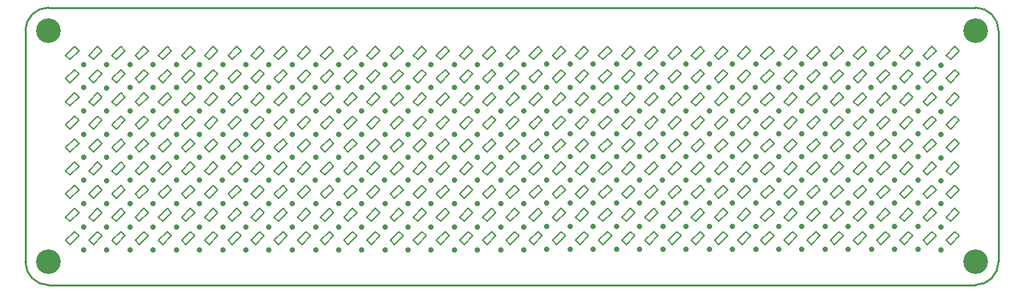
<source format=gbs>
G04*
G04 #@! TF.GenerationSoftware,Altium Limited,Altium Designer,18.1.9 (240)*
G04*
G04 Layer_Color=16711935*
%FSLAX44Y44*%
%MOMM*%
G71*
G01*
G75*
%ADD10C,0.1270*%
%ADD11C,0.2540*%
%ADD14C,0.7032*%
%ADD15C,3.2032*%
D10*
X1567903Y772496D02*
X1579216Y783810D01*
X1562246Y778153D02*
X1573560Y789467D01*
X1562246Y778153D02*
X1567903Y772496D01*
X1573560Y789467D02*
X1579216Y783810D01*
X1537903Y772496D02*
X1549217Y783810D01*
X1532246Y778153D02*
X1543560Y789467D01*
X1532246Y778153D02*
X1537903Y772496D01*
X1543560Y789467D02*
X1549217Y783810D01*
X1507903Y772496D02*
X1519216Y783810D01*
X1502246Y778153D02*
X1513560Y789467D01*
X1502246Y778153D02*
X1507903Y772496D01*
X1513560Y789467D02*
X1519216Y783810D01*
X1477903Y772496D02*
X1489217Y783810D01*
X1472246Y778153D02*
X1483560Y789467D01*
X1472246Y778153D02*
X1477903Y772496D01*
X1483560Y789467D02*
X1489217Y783810D01*
X1447903Y772496D02*
X1459217Y783810D01*
X1442246Y778153D02*
X1453560Y789467D01*
X1442246Y778153D02*
X1447903Y772496D01*
X1453560Y789467D02*
X1459217Y783810D01*
X1417903Y772496D02*
X1429216Y783810D01*
X1412246Y778153D02*
X1423560Y789467D01*
X1412246Y778153D02*
X1417903Y772496D01*
X1423560Y789467D02*
X1429216Y783810D01*
X1387903Y772496D02*
X1399217Y783810D01*
X1382246Y778153D02*
X1393560Y789467D01*
X1382246Y778153D02*
X1387903Y772496D01*
X1393560Y789467D02*
X1399217Y783810D01*
X1357903Y772496D02*
X1369216Y783810D01*
X1352246Y778153D02*
X1363560Y789467D01*
X1352246Y778153D02*
X1357903Y772496D01*
X1363560Y789467D02*
X1369216Y783810D01*
X1327903Y772496D02*
X1339217Y783810D01*
X1322246Y778153D02*
X1333560Y789467D01*
X1322246Y778153D02*
X1327903Y772496D01*
X1333560Y789467D02*
X1339217Y783810D01*
X1297903Y772496D02*
X1309217Y783810D01*
X1292246Y778153D02*
X1303560Y789467D01*
X1292246Y778153D02*
X1297903Y772496D01*
X1303560Y789467D02*
X1309217Y783810D01*
X1267903Y772496D02*
X1279217Y783810D01*
X1262246Y778153D02*
X1273560Y789467D01*
X1262246Y778153D02*
X1267903Y772496D01*
X1273560Y789467D02*
X1279217Y783810D01*
X1237903Y772496D02*
X1249217Y783810D01*
X1232246Y778153D02*
X1243560Y789467D01*
X1232246Y778153D02*
X1237903Y772496D01*
X1243560Y789467D02*
X1249217Y783810D01*
X1207903Y772496D02*
X1219217Y783810D01*
X1202246Y778153D02*
X1213560Y789467D01*
X1202246Y778153D02*
X1207903Y772496D01*
X1213560Y789467D02*
X1219217Y783810D01*
X1177903Y772496D02*
X1189217Y783810D01*
X1172246Y778153D02*
X1183560Y789467D01*
X1172246Y778153D02*
X1177903Y772496D01*
X1183560Y789467D02*
X1189217Y783810D01*
X1147903Y772496D02*
X1159217Y783810D01*
X1142246Y778153D02*
X1153560Y789467D01*
X1142246Y778153D02*
X1147903Y772496D01*
X1153560Y789467D02*
X1159217Y783810D01*
X1117903Y772496D02*
X1129217Y783810D01*
X1112246Y778153D02*
X1123560Y789467D01*
X1112246Y778153D02*
X1117903Y772496D01*
X1123560Y789467D02*
X1129217Y783810D01*
X1087903Y772496D02*
X1099217Y783810D01*
X1082246Y778153D02*
X1093560Y789467D01*
X1082246Y778153D02*
X1087903Y772496D01*
X1093560Y789467D02*
X1099217Y783810D01*
X1057903Y772496D02*
X1069217Y783810D01*
X1052246Y778153D02*
X1063560Y789467D01*
X1052246Y778153D02*
X1057903Y772496D01*
X1063560Y789467D02*
X1069217Y783810D01*
X1027903Y772496D02*
X1039217Y783810D01*
X1022246Y778153D02*
X1033560Y789467D01*
X1022246Y778153D02*
X1027903Y772496D01*
X1033560Y789467D02*
X1039217Y783810D01*
X997903Y772496D02*
X1009217Y783810D01*
X992246Y778153D02*
X1003560Y789467D01*
X992246Y778153D02*
X997903Y772496D01*
X1003560Y789467D02*
X1009217Y783810D01*
X967903Y772496D02*
X979217Y783810D01*
X962246Y778153D02*
X973560Y789467D01*
X962246Y778153D02*
X967903Y772496D01*
X973560Y789467D02*
X979217Y783810D01*
X937903Y772496D02*
X949217Y783810D01*
X932246Y778153D02*
X943560Y789467D01*
X932246Y778153D02*
X937903Y772496D01*
X943560Y789467D02*
X949217Y783810D01*
X907903Y772496D02*
X919217Y783810D01*
X902246Y778153D02*
X913560Y789467D01*
X902246Y778153D02*
X907903Y772496D01*
X913560Y789467D02*
X919217Y783810D01*
X877903Y772496D02*
X889217Y783810D01*
X872246Y778153D02*
X883560Y789467D01*
X872246Y778153D02*
X877903Y772496D01*
X883560Y789467D02*
X889217Y783810D01*
X847903Y772496D02*
X859217Y783810D01*
X842246Y778153D02*
X853560Y789467D01*
X842246Y778153D02*
X847903Y772496D01*
X853560Y789467D02*
X859217Y783810D01*
X817903Y772496D02*
X829217Y783810D01*
X812246Y778153D02*
X823560Y789467D01*
X812246Y778153D02*
X817903Y772496D01*
X823560Y789467D02*
X829217Y783810D01*
X787903Y772496D02*
X799217Y783810D01*
X782246Y778153D02*
X793560Y789467D01*
X782246Y778153D02*
X787903Y772496D01*
X793560Y789467D02*
X799217Y783810D01*
X757903Y772496D02*
X769217Y783810D01*
X752246Y778153D02*
X763560Y789467D01*
X752246Y778153D02*
X757903Y772496D01*
X763560Y789467D02*
X769217Y783810D01*
X727903Y772496D02*
X739217Y783810D01*
X722246Y778153D02*
X733560Y789467D01*
X722246Y778153D02*
X727903Y772496D01*
X733560Y789467D02*
X739217Y783810D01*
X697903Y772496D02*
X709217Y783810D01*
X692246Y778153D02*
X703560Y789467D01*
X692246Y778153D02*
X697903Y772496D01*
X703560Y789467D02*
X709217Y783810D01*
X667903Y772496D02*
X679217Y783810D01*
X662246Y778153D02*
X673560Y789467D01*
X662246Y778153D02*
X667903Y772496D01*
X673560Y789467D02*
X679217Y783810D01*
X637903Y772496D02*
X649217Y783810D01*
X632246Y778153D02*
X643560Y789467D01*
X632246Y778153D02*
X637903Y772496D01*
X643560Y789467D02*
X649217Y783810D01*
X607903Y772496D02*
X619217Y783810D01*
X602246Y778153D02*
X613560Y789467D01*
X602246Y778153D02*
X607903Y772496D01*
X613560Y789467D02*
X619217Y783810D01*
X577903Y772496D02*
X589217Y783810D01*
X572246Y778153D02*
X583560Y789467D01*
X572246Y778153D02*
X577903Y772496D01*
X583560Y789467D02*
X589217Y783810D01*
X547903Y772496D02*
X559217Y783810D01*
X542246Y778153D02*
X553560Y789467D01*
X542246Y778153D02*
X547903Y772496D01*
X553560Y789467D02*
X559217Y783810D01*
X517903Y772496D02*
X529217Y783810D01*
X512246Y778153D02*
X523560Y789467D01*
X512246Y778153D02*
X517903Y772496D01*
X523560Y789467D02*
X529217Y783810D01*
X487903Y772496D02*
X499217Y783810D01*
X482246Y778153D02*
X493560Y789467D01*
X482246Y778153D02*
X487903Y772496D01*
X493560Y789467D02*
X499217Y783810D01*
X457903Y772496D02*
X469217Y783810D01*
X452246Y778153D02*
X463560Y789467D01*
X452246Y778153D02*
X457903Y772496D01*
X463560Y789467D02*
X469217Y783810D01*
X427903Y772496D02*
X439217Y783810D01*
X422246Y778153D02*
X433560Y789467D01*
X422246Y778153D02*
X427903Y772496D01*
X433560Y789467D02*
X439217Y783810D01*
X1567903Y802496D02*
X1579216Y813810D01*
X1562246Y808153D02*
X1573560Y819467D01*
X1562246Y808153D02*
X1567903Y802496D01*
X1573560Y819467D02*
X1579216Y813810D01*
X1537903Y802496D02*
X1549217Y813810D01*
X1532246Y808153D02*
X1543560Y819467D01*
X1532246Y808153D02*
X1537903Y802496D01*
X1543560Y819467D02*
X1549217Y813810D01*
X1507903Y802496D02*
X1519216Y813810D01*
X1502246Y808153D02*
X1513560Y819467D01*
X1502246Y808153D02*
X1507903Y802496D01*
X1513560Y819467D02*
X1519216Y813810D01*
X1477903Y802496D02*
X1489217Y813810D01*
X1472246Y808153D02*
X1483560Y819467D01*
X1472246Y808153D02*
X1477903Y802496D01*
X1483560Y819467D02*
X1489217Y813810D01*
X1447903Y802496D02*
X1459217Y813810D01*
X1442246Y808153D02*
X1453560Y819467D01*
X1442246Y808153D02*
X1447903Y802496D01*
X1453560Y819467D02*
X1459217Y813810D01*
X1417903Y802496D02*
X1429216Y813810D01*
X1412246Y808153D02*
X1423560Y819467D01*
X1412246Y808153D02*
X1417903Y802496D01*
X1423560Y819467D02*
X1429216Y813810D01*
X1387903Y802496D02*
X1399217Y813810D01*
X1382246Y808153D02*
X1393560Y819467D01*
X1382246Y808153D02*
X1387903Y802496D01*
X1393560Y819467D02*
X1399217Y813810D01*
X1357903Y802496D02*
X1369216Y813810D01*
X1352246Y808153D02*
X1363560Y819467D01*
X1352246Y808153D02*
X1357903Y802496D01*
X1363560Y819467D02*
X1369216Y813810D01*
X1327903Y802496D02*
X1339217Y813810D01*
X1322246Y808153D02*
X1333560Y819467D01*
X1322246Y808153D02*
X1327903Y802496D01*
X1333560Y819467D02*
X1339217Y813810D01*
X1297903Y802496D02*
X1309217Y813810D01*
X1292246Y808153D02*
X1303560Y819467D01*
X1292246Y808153D02*
X1297903Y802496D01*
X1303560Y819467D02*
X1309217Y813810D01*
X1267903Y802496D02*
X1279217Y813810D01*
X1262246Y808153D02*
X1273560Y819467D01*
X1262246Y808153D02*
X1267903Y802496D01*
X1273560Y819467D02*
X1279217Y813810D01*
X1237903Y802496D02*
X1249217Y813810D01*
X1232246Y808153D02*
X1243560Y819467D01*
X1232246Y808153D02*
X1237903Y802496D01*
X1243560Y819467D02*
X1249217Y813810D01*
X1207903Y802496D02*
X1219217Y813810D01*
X1202246Y808153D02*
X1213560Y819467D01*
X1202246Y808153D02*
X1207903Y802496D01*
X1213560Y819467D02*
X1219217Y813810D01*
X1177903Y802496D02*
X1189217Y813810D01*
X1172246Y808153D02*
X1183560Y819467D01*
X1172246Y808153D02*
X1177903Y802496D01*
X1183560Y819467D02*
X1189217Y813810D01*
X1147903Y802496D02*
X1159217Y813810D01*
X1142246Y808153D02*
X1153560Y819467D01*
X1142246Y808153D02*
X1147903Y802496D01*
X1153560Y819467D02*
X1159217Y813810D01*
X1117903Y802496D02*
X1129217Y813810D01*
X1112246Y808153D02*
X1123560Y819467D01*
X1112246Y808153D02*
X1117903Y802496D01*
X1123560Y819467D02*
X1129217Y813810D01*
X1087903Y802496D02*
X1099217Y813810D01*
X1082246Y808153D02*
X1093560Y819467D01*
X1082246Y808153D02*
X1087903Y802496D01*
X1093560Y819467D02*
X1099217Y813810D01*
X1057903Y802496D02*
X1069217Y813810D01*
X1052246Y808153D02*
X1063560Y819467D01*
X1052246Y808153D02*
X1057903Y802496D01*
X1063560Y819467D02*
X1069217Y813810D01*
X1027903Y802496D02*
X1039217Y813810D01*
X1022246Y808153D02*
X1033560Y819467D01*
X1022246Y808153D02*
X1027903Y802496D01*
X1033560Y819467D02*
X1039217Y813810D01*
X997903Y802496D02*
X1009217Y813810D01*
X992246Y808153D02*
X1003560Y819467D01*
X992246Y808153D02*
X997903Y802496D01*
X1003560Y819467D02*
X1009217Y813810D01*
X967903Y802496D02*
X979217Y813810D01*
X962246Y808153D02*
X973560Y819467D01*
X962246Y808153D02*
X967903Y802496D01*
X973560Y819467D02*
X979217Y813810D01*
X937903Y802496D02*
X949217Y813810D01*
X932246Y808153D02*
X943560Y819467D01*
X932246Y808153D02*
X937903Y802496D01*
X943560Y819467D02*
X949217Y813810D01*
X907903Y802496D02*
X919217Y813810D01*
X902246Y808153D02*
X913560Y819467D01*
X902246Y808153D02*
X907903Y802496D01*
X913560Y819467D02*
X919217Y813810D01*
X877903Y802496D02*
X889217Y813810D01*
X872246Y808153D02*
X883560Y819467D01*
X872246Y808153D02*
X877903Y802496D01*
X883560Y819467D02*
X889217Y813810D01*
X847903Y802496D02*
X859217Y813810D01*
X842246Y808153D02*
X853560Y819467D01*
X842246Y808153D02*
X847903Y802496D01*
X853560Y819467D02*
X859217Y813810D01*
X817903Y802496D02*
X829217Y813810D01*
X812246Y808153D02*
X823560Y819467D01*
X812246Y808153D02*
X817903Y802496D01*
X823560Y819467D02*
X829217Y813810D01*
X787903Y802496D02*
X799217Y813810D01*
X782246Y808153D02*
X793560Y819467D01*
X782246Y808153D02*
X787903Y802496D01*
X793560Y819467D02*
X799217Y813810D01*
X757903Y802496D02*
X769217Y813810D01*
X752246Y808153D02*
X763560Y819467D01*
X752246Y808153D02*
X757903Y802496D01*
X763560Y819467D02*
X769217Y813810D01*
X727903Y802496D02*
X739217Y813810D01*
X722246Y808153D02*
X733560Y819467D01*
X722246Y808153D02*
X727903Y802496D01*
X733560Y819467D02*
X739217Y813810D01*
X697903Y802496D02*
X709217Y813810D01*
X692246Y808153D02*
X703560Y819467D01*
X692246Y808153D02*
X697903Y802496D01*
X703560Y819467D02*
X709217Y813810D01*
X667903Y802496D02*
X679217Y813810D01*
X662246Y808153D02*
X673560Y819467D01*
X662246Y808153D02*
X667903Y802496D01*
X673560Y819467D02*
X679217Y813810D01*
X637903Y802496D02*
X649217Y813810D01*
X632246Y808153D02*
X643560Y819467D01*
X632246Y808153D02*
X637903Y802496D01*
X643560Y819467D02*
X649217Y813810D01*
X607903Y802496D02*
X619217Y813810D01*
X602246Y808153D02*
X613560Y819467D01*
X602246Y808153D02*
X607903Y802496D01*
X613560Y819467D02*
X619217Y813810D01*
X577903Y802496D02*
X589217Y813810D01*
X572246Y808153D02*
X583560Y819467D01*
X572246Y808153D02*
X577903Y802496D01*
X583560Y819467D02*
X589217Y813810D01*
X547903Y802496D02*
X559217Y813810D01*
X542246Y808153D02*
X553560Y819467D01*
X542246Y808153D02*
X547903Y802496D01*
X553560Y819467D02*
X559217Y813810D01*
X517903Y802496D02*
X529217Y813810D01*
X512246Y808153D02*
X523560Y819467D01*
X512246Y808153D02*
X517903Y802496D01*
X523560Y819467D02*
X529217Y813810D01*
X487903Y802496D02*
X499217Y813810D01*
X482246Y808153D02*
X493560Y819467D01*
X482246Y808153D02*
X487903Y802496D01*
X493560Y819467D02*
X499217Y813810D01*
X457903Y802496D02*
X469217Y813810D01*
X452246Y808153D02*
X463560Y819467D01*
X452246Y808153D02*
X457903Y802496D01*
X463560Y819467D02*
X469217Y813810D01*
X427903Y802496D02*
X439217Y813810D01*
X422246Y808153D02*
X433560Y819467D01*
X422246Y808153D02*
X427903Y802496D01*
X433560Y819467D02*
X439217Y813810D01*
X1567903Y832496D02*
X1579216Y843810D01*
X1562246Y838153D02*
X1573560Y849467D01*
X1562246Y838153D02*
X1567903Y832496D01*
X1573560Y849467D02*
X1579216Y843810D01*
X1537903Y832496D02*
X1549217Y843810D01*
X1532246Y838153D02*
X1543560Y849467D01*
X1532246Y838153D02*
X1537903Y832496D01*
X1543560Y849467D02*
X1549217Y843810D01*
X1507903Y832496D02*
X1519216Y843810D01*
X1502246Y838153D02*
X1513560Y849467D01*
X1502246Y838153D02*
X1507903Y832496D01*
X1513560Y849467D02*
X1519216Y843810D01*
X1477903Y832496D02*
X1489217Y843810D01*
X1472246Y838153D02*
X1483560Y849467D01*
X1472246Y838153D02*
X1477903Y832496D01*
X1483560Y849467D02*
X1489217Y843810D01*
X1447903Y832496D02*
X1459217Y843810D01*
X1442246Y838153D02*
X1453560Y849467D01*
X1442246Y838153D02*
X1447903Y832496D01*
X1453560Y849467D02*
X1459217Y843810D01*
X1417903Y832496D02*
X1429216Y843810D01*
X1412246Y838153D02*
X1423560Y849467D01*
X1412246Y838153D02*
X1417903Y832496D01*
X1423560Y849467D02*
X1429216Y843810D01*
X1387903Y832496D02*
X1399217Y843810D01*
X1382246Y838153D02*
X1393560Y849467D01*
X1382246Y838153D02*
X1387903Y832496D01*
X1393560Y849467D02*
X1399217Y843810D01*
X1357903Y832496D02*
X1369216Y843810D01*
X1352246Y838153D02*
X1363560Y849467D01*
X1352246Y838153D02*
X1357903Y832496D01*
X1363560Y849467D02*
X1369216Y843810D01*
X1327903Y832496D02*
X1339217Y843810D01*
X1322246Y838153D02*
X1333560Y849467D01*
X1322246Y838153D02*
X1327903Y832496D01*
X1333560Y849467D02*
X1339217Y843810D01*
X1297903Y832496D02*
X1309217Y843810D01*
X1292246Y838153D02*
X1303560Y849467D01*
X1292246Y838153D02*
X1297903Y832496D01*
X1303560Y849467D02*
X1309217Y843810D01*
X1267903Y832496D02*
X1279217Y843810D01*
X1262246Y838153D02*
X1273560Y849467D01*
X1262246Y838153D02*
X1267903Y832496D01*
X1273560Y849467D02*
X1279217Y843810D01*
X1237903Y832496D02*
X1249217Y843810D01*
X1232246Y838153D02*
X1243560Y849467D01*
X1232246Y838153D02*
X1237903Y832496D01*
X1243560Y849467D02*
X1249217Y843810D01*
X1207903Y832496D02*
X1219217Y843810D01*
X1202246Y838153D02*
X1213560Y849467D01*
X1202246Y838153D02*
X1207903Y832496D01*
X1213560Y849467D02*
X1219217Y843810D01*
X1177903Y832496D02*
X1189217Y843810D01*
X1172246Y838153D02*
X1183560Y849467D01*
X1172246Y838153D02*
X1177903Y832496D01*
X1183560Y849467D02*
X1189217Y843810D01*
X1147903Y832496D02*
X1159217Y843810D01*
X1142246Y838153D02*
X1153560Y849467D01*
X1142246Y838153D02*
X1147903Y832496D01*
X1153560Y849467D02*
X1159217Y843810D01*
X1117903Y832496D02*
X1129217Y843810D01*
X1112246Y838153D02*
X1123560Y849467D01*
X1112246Y838153D02*
X1117903Y832496D01*
X1123560Y849467D02*
X1129217Y843810D01*
X1087903Y832496D02*
X1099217Y843810D01*
X1082246Y838153D02*
X1093560Y849467D01*
X1082246Y838153D02*
X1087903Y832496D01*
X1093560Y849467D02*
X1099217Y843810D01*
X1057903Y832496D02*
X1069217Y843810D01*
X1052246Y838153D02*
X1063560Y849467D01*
X1052246Y838153D02*
X1057903Y832496D01*
X1063560Y849467D02*
X1069217Y843810D01*
X1027903Y832496D02*
X1039217Y843810D01*
X1022246Y838153D02*
X1033560Y849467D01*
X1022246Y838153D02*
X1027903Y832496D01*
X1033560Y849467D02*
X1039217Y843810D01*
X997903Y832496D02*
X1009217Y843810D01*
X992246Y838153D02*
X1003560Y849467D01*
X992246Y838153D02*
X997903Y832496D01*
X1003560Y849467D02*
X1009217Y843810D01*
X967903Y832496D02*
X979217Y843810D01*
X962246Y838153D02*
X973560Y849467D01*
X962246Y838153D02*
X967903Y832496D01*
X973560Y849467D02*
X979217Y843810D01*
X937903Y832496D02*
X949217Y843810D01*
X932246Y838153D02*
X943560Y849467D01*
X932246Y838153D02*
X937903Y832496D01*
X943560Y849467D02*
X949217Y843810D01*
X907903Y832496D02*
X919217Y843810D01*
X902246Y838153D02*
X913560Y849467D01*
X902246Y838153D02*
X907903Y832496D01*
X913560Y849467D02*
X919217Y843810D01*
X877903Y832496D02*
X889217Y843810D01*
X872246Y838153D02*
X883560Y849467D01*
X872246Y838153D02*
X877903Y832496D01*
X883560Y849467D02*
X889217Y843810D01*
X847903Y832496D02*
X859217Y843810D01*
X842246Y838153D02*
X853560Y849467D01*
X842246Y838153D02*
X847903Y832496D01*
X853560Y849467D02*
X859217Y843810D01*
X817903Y832496D02*
X829217Y843810D01*
X812246Y838153D02*
X823560Y849467D01*
X812246Y838153D02*
X817903Y832496D01*
X823560Y849467D02*
X829217Y843810D01*
X787903Y832496D02*
X799217Y843810D01*
X782246Y838153D02*
X793560Y849467D01*
X782246Y838153D02*
X787903Y832496D01*
X793560Y849467D02*
X799217Y843810D01*
X757903Y832496D02*
X769217Y843810D01*
X752246Y838153D02*
X763560Y849467D01*
X752246Y838153D02*
X757903Y832496D01*
X763560Y849467D02*
X769217Y843810D01*
X727903Y832496D02*
X739217Y843810D01*
X722246Y838153D02*
X733560Y849467D01*
X722246Y838153D02*
X727903Y832496D01*
X733560Y849467D02*
X739217Y843810D01*
X697903Y832496D02*
X709217Y843810D01*
X692246Y838153D02*
X703560Y849467D01*
X692246Y838153D02*
X697903Y832496D01*
X703560Y849467D02*
X709217Y843810D01*
X667903Y832496D02*
X679217Y843810D01*
X662246Y838153D02*
X673560Y849467D01*
X662246Y838153D02*
X667903Y832496D01*
X673560Y849467D02*
X679217Y843810D01*
X637903Y832496D02*
X649217Y843810D01*
X632246Y838153D02*
X643560Y849467D01*
X632246Y838153D02*
X637903Y832496D01*
X643560Y849467D02*
X649217Y843810D01*
X607903Y832496D02*
X619217Y843810D01*
X602246Y838153D02*
X613560Y849467D01*
X602246Y838153D02*
X607903Y832496D01*
X613560Y849467D02*
X619217Y843810D01*
X577903Y832496D02*
X589217Y843810D01*
X572246Y838153D02*
X583560Y849467D01*
X572246Y838153D02*
X577903Y832496D01*
X583560Y849467D02*
X589217Y843810D01*
X547903Y832496D02*
X559217Y843810D01*
X542246Y838153D02*
X553560Y849467D01*
X542246Y838153D02*
X547903Y832496D01*
X553560Y849467D02*
X559217Y843810D01*
X517903Y832496D02*
X529217Y843810D01*
X512246Y838153D02*
X523560Y849467D01*
X512246Y838153D02*
X517903Y832496D01*
X523560Y849467D02*
X529217Y843810D01*
X487903Y832496D02*
X499217Y843810D01*
X482246Y838153D02*
X493560Y849467D01*
X482246Y838153D02*
X487903Y832496D01*
X493560Y849467D02*
X499217Y843810D01*
X457903Y832496D02*
X469217Y843810D01*
X452246Y838153D02*
X463560Y849467D01*
X452246Y838153D02*
X457903Y832496D01*
X463560Y849467D02*
X469217Y843810D01*
X427903Y832496D02*
X439217Y843810D01*
X422246Y838153D02*
X433560Y849467D01*
X422246Y838153D02*
X427903Y832496D01*
X433560Y849467D02*
X439217Y843810D01*
X1567903Y862496D02*
X1579216Y873810D01*
X1562246Y868153D02*
X1573560Y879467D01*
X1562246Y868153D02*
X1567903Y862496D01*
X1573560Y879467D02*
X1579216Y873810D01*
X1537903Y862496D02*
X1549217Y873810D01*
X1532246Y868153D02*
X1543560Y879467D01*
X1532246Y868153D02*
X1537903Y862496D01*
X1543560Y879467D02*
X1549217Y873810D01*
X1507903Y862496D02*
X1519216Y873810D01*
X1502246Y868153D02*
X1513560Y879467D01*
X1502246Y868153D02*
X1507903Y862496D01*
X1513560Y879467D02*
X1519216Y873810D01*
X1477903Y862496D02*
X1489217Y873810D01*
X1472246Y868153D02*
X1483560Y879467D01*
X1472246Y868153D02*
X1477903Y862496D01*
X1483560Y879467D02*
X1489217Y873810D01*
X1447903Y862496D02*
X1459217Y873810D01*
X1442246Y868153D02*
X1453560Y879467D01*
X1442246Y868153D02*
X1447903Y862496D01*
X1453560Y879467D02*
X1459217Y873810D01*
X1417903Y862496D02*
X1429216Y873810D01*
X1412246Y868153D02*
X1423560Y879467D01*
X1412246Y868153D02*
X1417903Y862496D01*
X1423560Y879467D02*
X1429216Y873810D01*
X1387903Y862496D02*
X1399217Y873810D01*
X1382246Y868153D02*
X1393560Y879467D01*
X1382246Y868153D02*
X1387903Y862496D01*
X1393560Y879467D02*
X1399217Y873810D01*
X1357903Y862496D02*
X1369216Y873810D01*
X1352246Y868153D02*
X1363560Y879467D01*
X1352246Y868153D02*
X1357903Y862496D01*
X1363560Y879467D02*
X1369216Y873810D01*
X1327903Y862496D02*
X1339217Y873810D01*
X1322246Y868153D02*
X1333560Y879467D01*
X1322246Y868153D02*
X1327903Y862496D01*
X1333560Y879467D02*
X1339217Y873810D01*
X1297903Y862496D02*
X1309217Y873810D01*
X1292246Y868153D02*
X1303560Y879467D01*
X1292246Y868153D02*
X1297903Y862496D01*
X1303560Y879467D02*
X1309217Y873810D01*
X1267903Y862496D02*
X1279217Y873810D01*
X1262246Y868153D02*
X1273560Y879467D01*
X1262246Y868153D02*
X1267903Y862496D01*
X1273560Y879467D02*
X1279217Y873810D01*
X1237903Y862496D02*
X1249217Y873810D01*
X1232246Y868153D02*
X1243560Y879467D01*
X1232246Y868153D02*
X1237903Y862496D01*
X1243560Y879467D02*
X1249217Y873810D01*
X1207903Y862496D02*
X1219217Y873810D01*
X1202246Y868153D02*
X1213560Y879467D01*
X1202246Y868153D02*
X1207903Y862496D01*
X1213560Y879467D02*
X1219217Y873810D01*
X1177903Y862496D02*
X1189217Y873810D01*
X1172246Y868153D02*
X1183560Y879467D01*
X1172246Y868153D02*
X1177903Y862496D01*
X1183560Y879467D02*
X1189217Y873810D01*
X1147903Y862496D02*
X1159217Y873810D01*
X1142246Y868153D02*
X1153560Y879467D01*
X1142246Y868153D02*
X1147903Y862496D01*
X1153560Y879467D02*
X1159217Y873810D01*
X1117903Y862496D02*
X1129217Y873810D01*
X1112246Y868153D02*
X1123560Y879467D01*
X1112246Y868153D02*
X1117903Y862496D01*
X1123560Y879467D02*
X1129217Y873810D01*
X1087903Y862496D02*
X1099217Y873810D01*
X1082246Y868153D02*
X1093560Y879467D01*
X1082246Y868153D02*
X1087903Y862496D01*
X1093560Y879467D02*
X1099217Y873810D01*
X1057903Y862496D02*
X1069217Y873810D01*
X1052246Y868153D02*
X1063560Y879467D01*
X1052246Y868153D02*
X1057903Y862496D01*
X1063560Y879467D02*
X1069217Y873810D01*
X1027903Y862496D02*
X1039217Y873810D01*
X1022246Y868153D02*
X1033560Y879467D01*
X1022246Y868153D02*
X1027903Y862496D01*
X1033560Y879467D02*
X1039217Y873810D01*
X997903Y862496D02*
X1009217Y873810D01*
X992246Y868153D02*
X1003560Y879467D01*
X992246Y868153D02*
X997903Y862496D01*
X1003560Y879467D02*
X1009217Y873810D01*
X967903Y862496D02*
X979217Y873810D01*
X962246Y868153D02*
X973560Y879467D01*
X962246Y868153D02*
X967903Y862496D01*
X973560Y879467D02*
X979217Y873810D01*
X937903Y862496D02*
X949217Y873810D01*
X932246Y868153D02*
X943560Y879467D01*
X932246Y868153D02*
X937903Y862496D01*
X943560Y879467D02*
X949217Y873810D01*
X907903Y862496D02*
X919217Y873810D01*
X902246Y868153D02*
X913560Y879467D01*
X902246Y868153D02*
X907903Y862496D01*
X913560Y879467D02*
X919217Y873810D01*
X877903Y862496D02*
X889217Y873810D01*
X872246Y868153D02*
X883560Y879467D01*
X872246Y868153D02*
X877903Y862496D01*
X883560Y879467D02*
X889217Y873810D01*
X847903Y862496D02*
X859217Y873810D01*
X842246Y868153D02*
X853560Y879467D01*
X842246Y868153D02*
X847903Y862496D01*
X853560Y879467D02*
X859217Y873810D01*
X817903Y862496D02*
X829217Y873810D01*
X812246Y868153D02*
X823560Y879467D01*
X812246Y868153D02*
X817903Y862496D01*
X823560Y879467D02*
X829217Y873810D01*
X787903Y862496D02*
X799217Y873810D01*
X782246Y868153D02*
X793560Y879467D01*
X782246Y868153D02*
X787903Y862496D01*
X793560Y879467D02*
X799217Y873810D01*
X757903Y862496D02*
X769217Y873810D01*
X752246Y868153D02*
X763560Y879467D01*
X752246Y868153D02*
X757903Y862496D01*
X763560Y879467D02*
X769217Y873810D01*
X727903Y862496D02*
X739217Y873810D01*
X722246Y868153D02*
X733560Y879467D01*
X722246Y868153D02*
X727903Y862496D01*
X733560Y879467D02*
X739217Y873810D01*
X697903Y862496D02*
X709217Y873810D01*
X692246Y868153D02*
X703560Y879467D01*
X692246Y868153D02*
X697903Y862496D01*
X703560Y879467D02*
X709217Y873810D01*
X667903Y862496D02*
X679217Y873810D01*
X662246Y868153D02*
X673560Y879467D01*
X662246Y868153D02*
X667903Y862496D01*
X673560Y879467D02*
X679217Y873810D01*
X637903Y862496D02*
X649217Y873810D01*
X632246Y868153D02*
X643560Y879467D01*
X632246Y868153D02*
X637903Y862496D01*
X643560Y879467D02*
X649217Y873810D01*
X607903Y862496D02*
X619217Y873810D01*
X602246Y868153D02*
X613560Y879467D01*
X602246Y868153D02*
X607903Y862496D01*
X613560Y879467D02*
X619217Y873810D01*
X577903Y862496D02*
X589217Y873810D01*
X572246Y868153D02*
X583560Y879467D01*
X572246Y868153D02*
X577903Y862496D01*
X583560Y879467D02*
X589217Y873810D01*
X547903Y862496D02*
X559217Y873810D01*
X542246Y868153D02*
X553560Y879467D01*
X542246Y868153D02*
X547903Y862496D01*
X553560Y879467D02*
X559217Y873810D01*
X517903Y862496D02*
X529217Y873810D01*
X512246Y868153D02*
X523560Y879467D01*
X512246Y868153D02*
X517903Y862496D01*
X523560Y879467D02*
X529217Y873810D01*
X487903Y862496D02*
X499217Y873810D01*
X482246Y868153D02*
X493560Y879467D01*
X482246Y868153D02*
X487903Y862496D01*
X493560Y879467D02*
X499217Y873810D01*
X457903Y862496D02*
X469217Y873810D01*
X452246Y868153D02*
X463560Y879467D01*
X452246Y868153D02*
X457903Y862496D01*
X463560Y879467D02*
X469217Y873810D01*
X427903Y862496D02*
X439217Y873810D01*
X422246Y868153D02*
X433560Y879467D01*
X422246Y868153D02*
X427903Y862496D01*
X433560Y879467D02*
X439217Y873810D01*
X1567903Y892496D02*
X1579216Y903810D01*
X1562246Y898153D02*
X1573560Y909467D01*
X1562246Y898153D02*
X1567903Y892496D01*
X1573560Y909467D02*
X1579216Y903810D01*
X1537903Y892496D02*
X1549217Y903810D01*
X1532246Y898153D02*
X1543560Y909467D01*
X1532246Y898153D02*
X1537903Y892496D01*
X1543560Y909467D02*
X1549217Y903810D01*
X1507903Y892496D02*
X1519216Y903810D01*
X1502246Y898153D02*
X1513560Y909467D01*
X1502246Y898153D02*
X1507903Y892496D01*
X1513560Y909467D02*
X1519216Y903810D01*
X1477903Y892496D02*
X1489217Y903810D01*
X1472246Y898153D02*
X1483560Y909467D01*
X1472246Y898153D02*
X1477903Y892496D01*
X1483560Y909467D02*
X1489217Y903810D01*
X1447903Y892496D02*
X1459217Y903810D01*
X1442246Y898153D02*
X1453560Y909467D01*
X1442246Y898153D02*
X1447903Y892496D01*
X1453560Y909467D02*
X1459217Y903810D01*
X1417903Y892496D02*
X1429216Y903810D01*
X1412246Y898153D02*
X1423560Y909467D01*
X1412246Y898153D02*
X1417903Y892496D01*
X1423560Y909467D02*
X1429216Y903810D01*
X1387903Y892496D02*
X1399217Y903810D01*
X1382246Y898153D02*
X1393560Y909467D01*
X1382246Y898153D02*
X1387903Y892496D01*
X1393560Y909467D02*
X1399217Y903810D01*
X1357903Y892496D02*
X1369216Y903810D01*
X1352246Y898153D02*
X1363560Y909467D01*
X1352246Y898153D02*
X1357903Y892496D01*
X1363560Y909467D02*
X1369216Y903810D01*
X1327903Y892496D02*
X1339217Y903810D01*
X1322246Y898153D02*
X1333560Y909467D01*
X1322246Y898153D02*
X1327903Y892496D01*
X1333560Y909467D02*
X1339217Y903810D01*
X1297903Y892496D02*
X1309217Y903810D01*
X1292246Y898153D02*
X1303560Y909467D01*
X1292246Y898153D02*
X1297903Y892496D01*
X1303560Y909467D02*
X1309217Y903810D01*
X1267903Y892496D02*
X1279217Y903810D01*
X1262246Y898153D02*
X1273560Y909467D01*
X1262246Y898153D02*
X1267903Y892496D01*
X1273560Y909467D02*
X1279217Y903810D01*
X1237903Y892496D02*
X1249217Y903810D01*
X1232246Y898153D02*
X1243560Y909467D01*
X1232246Y898153D02*
X1237903Y892496D01*
X1243560Y909467D02*
X1249217Y903810D01*
X1207903Y892496D02*
X1219217Y903810D01*
X1202246Y898153D02*
X1213560Y909467D01*
X1202246Y898153D02*
X1207903Y892496D01*
X1213560Y909467D02*
X1219217Y903810D01*
X1177903Y892496D02*
X1189217Y903810D01*
X1172246Y898153D02*
X1183560Y909467D01*
X1172246Y898153D02*
X1177903Y892496D01*
X1183560Y909467D02*
X1189217Y903810D01*
X1147903Y892496D02*
X1159217Y903810D01*
X1142246Y898153D02*
X1153560Y909467D01*
X1142246Y898153D02*
X1147903Y892496D01*
X1153560Y909467D02*
X1159217Y903810D01*
X1117903Y892496D02*
X1129217Y903810D01*
X1112246Y898153D02*
X1123560Y909467D01*
X1112246Y898153D02*
X1117903Y892496D01*
X1123560Y909467D02*
X1129217Y903810D01*
X1087903Y892496D02*
X1099217Y903810D01*
X1082246Y898153D02*
X1093560Y909467D01*
X1082246Y898153D02*
X1087903Y892496D01*
X1093560Y909467D02*
X1099217Y903810D01*
X1057903Y892496D02*
X1069217Y903810D01*
X1052246Y898153D02*
X1063560Y909467D01*
X1052246Y898153D02*
X1057903Y892496D01*
X1063560Y909467D02*
X1069217Y903810D01*
X1027903Y892496D02*
X1039217Y903810D01*
X1022246Y898153D02*
X1033560Y909467D01*
X1022246Y898153D02*
X1027903Y892496D01*
X1033560Y909467D02*
X1039217Y903810D01*
X997903Y892496D02*
X1009217Y903810D01*
X992246Y898153D02*
X1003560Y909467D01*
X992246Y898153D02*
X997903Y892496D01*
X1003560Y909467D02*
X1009217Y903810D01*
X967903Y892496D02*
X979217Y903810D01*
X962246Y898153D02*
X973560Y909467D01*
X962246Y898153D02*
X967903Y892496D01*
X973560Y909467D02*
X979217Y903810D01*
X937903Y892496D02*
X949217Y903810D01*
X932246Y898153D02*
X943560Y909467D01*
X932246Y898153D02*
X937903Y892496D01*
X943560Y909467D02*
X949217Y903810D01*
X907903Y892496D02*
X919217Y903810D01*
X902246Y898153D02*
X913560Y909467D01*
X902246Y898153D02*
X907903Y892496D01*
X913560Y909467D02*
X919217Y903810D01*
X877903Y892496D02*
X889217Y903810D01*
X872246Y898153D02*
X883560Y909467D01*
X872246Y898153D02*
X877903Y892496D01*
X883560Y909467D02*
X889217Y903810D01*
X847903Y892496D02*
X859217Y903810D01*
X842246Y898153D02*
X853560Y909467D01*
X842246Y898153D02*
X847903Y892496D01*
X853560Y909467D02*
X859217Y903810D01*
X817903Y892496D02*
X829217Y903810D01*
X812246Y898153D02*
X823560Y909467D01*
X812246Y898153D02*
X817903Y892496D01*
X823560Y909467D02*
X829217Y903810D01*
X787903Y892496D02*
X799217Y903810D01*
X782246Y898153D02*
X793560Y909467D01*
X782246Y898153D02*
X787903Y892496D01*
X793560Y909467D02*
X799217Y903810D01*
X757903Y892496D02*
X769217Y903810D01*
X752246Y898153D02*
X763560Y909467D01*
X752246Y898153D02*
X757903Y892496D01*
X763560Y909467D02*
X769217Y903810D01*
X727903Y892496D02*
X739217Y903810D01*
X722246Y898153D02*
X733560Y909467D01*
X722246Y898153D02*
X727903Y892496D01*
X733560Y909467D02*
X739217Y903810D01*
X697903Y892496D02*
X709217Y903810D01*
X692246Y898153D02*
X703560Y909467D01*
X692246Y898153D02*
X697903Y892496D01*
X703560Y909467D02*
X709217Y903810D01*
X667903Y892496D02*
X679217Y903810D01*
X662246Y898153D02*
X673560Y909467D01*
X662246Y898153D02*
X667903Y892496D01*
X673560Y909467D02*
X679217Y903810D01*
X637903Y892496D02*
X649217Y903810D01*
X632246Y898153D02*
X643560Y909467D01*
X632246Y898153D02*
X637903Y892496D01*
X643560Y909467D02*
X649217Y903810D01*
X607903Y892496D02*
X619217Y903810D01*
X602246Y898153D02*
X613560Y909467D01*
X602246Y898153D02*
X607903Y892496D01*
X613560Y909467D02*
X619217Y903810D01*
X577903Y892496D02*
X589217Y903810D01*
X572246Y898153D02*
X583560Y909467D01*
X572246Y898153D02*
X577903Y892496D01*
X583560Y909467D02*
X589217Y903810D01*
X547903Y892496D02*
X559217Y903810D01*
X542246Y898153D02*
X553560Y909467D01*
X542246Y898153D02*
X547903Y892496D01*
X553560Y909467D02*
X559217Y903810D01*
X517903Y892496D02*
X529217Y903810D01*
X512246Y898153D02*
X523560Y909467D01*
X512246Y898153D02*
X517903Y892496D01*
X523560Y909467D02*
X529217Y903810D01*
X487903Y892496D02*
X499217Y903810D01*
X482246Y898153D02*
X493560Y909467D01*
X482246Y898153D02*
X487903Y892496D01*
X493560Y909467D02*
X499217Y903810D01*
X457903Y892496D02*
X469217Y903810D01*
X452246Y898153D02*
X463560Y909467D01*
X452246Y898153D02*
X457903Y892496D01*
X463560Y909467D02*
X469217Y903810D01*
X427903Y892496D02*
X439217Y903810D01*
X422246Y898153D02*
X433560Y909467D01*
X422246Y898153D02*
X427903Y892496D01*
X433560Y909467D02*
X439217Y903810D01*
X1567903Y922496D02*
X1579216Y933810D01*
X1562246Y928153D02*
X1573560Y939467D01*
X1562246Y928153D02*
X1567903Y922496D01*
X1573560Y939467D02*
X1579216Y933810D01*
X1537903Y922496D02*
X1549217Y933810D01*
X1532246Y928153D02*
X1543560Y939467D01*
X1532246Y928153D02*
X1537903Y922496D01*
X1543560Y939467D02*
X1549217Y933810D01*
X1507903Y922496D02*
X1519216Y933810D01*
X1502246Y928153D02*
X1513560Y939467D01*
X1502246Y928153D02*
X1507903Y922496D01*
X1513560Y939467D02*
X1519216Y933810D01*
X1477903Y922496D02*
X1489217Y933810D01*
X1472246Y928153D02*
X1483560Y939467D01*
X1472246Y928153D02*
X1477903Y922496D01*
X1483560Y939467D02*
X1489217Y933810D01*
X1447903Y922496D02*
X1459217Y933810D01*
X1442246Y928153D02*
X1453560Y939467D01*
X1442246Y928153D02*
X1447903Y922496D01*
X1453560Y939467D02*
X1459217Y933810D01*
X1417903Y922496D02*
X1429216Y933810D01*
X1412246Y928153D02*
X1423560Y939467D01*
X1412246Y928153D02*
X1417903Y922496D01*
X1423560Y939467D02*
X1429216Y933810D01*
X1387903Y922496D02*
X1399217Y933810D01*
X1382246Y928153D02*
X1393560Y939467D01*
X1382246Y928153D02*
X1387903Y922496D01*
X1393560Y939467D02*
X1399217Y933810D01*
X1357903Y922496D02*
X1369216Y933810D01*
X1352246Y928153D02*
X1363560Y939467D01*
X1352246Y928153D02*
X1357903Y922496D01*
X1363560Y939467D02*
X1369216Y933810D01*
X1327903Y922496D02*
X1339217Y933810D01*
X1322246Y928153D02*
X1333560Y939467D01*
X1322246Y928153D02*
X1327903Y922496D01*
X1333560Y939467D02*
X1339217Y933810D01*
X1297903Y922496D02*
X1309217Y933810D01*
X1292246Y928153D02*
X1303560Y939467D01*
X1292246Y928153D02*
X1297903Y922496D01*
X1303560Y939467D02*
X1309217Y933810D01*
X1267903Y922496D02*
X1279217Y933810D01*
X1262246Y928153D02*
X1273560Y939467D01*
X1262246Y928153D02*
X1267903Y922496D01*
X1273560Y939467D02*
X1279217Y933810D01*
X1237903Y922496D02*
X1249217Y933810D01*
X1232246Y928153D02*
X1243560Y939467D01*
X1232246Y928153D02*
X1237903Y922496D01*
X1243560Y939467D02*
X1249217Y933810D01*
X1207903Y922496D02*
X1219217Y933810D01*
X1202246Y928153D02*
X1213560Y939467D01*
X1202246Y928153D02*
X1207903Y922496D01*
X1213560Y939467D02*
X1219217Y933810D01*
X1177903Y922496D02*
X1189217Y933810D01*
X1172246Y928153D02*
X1183560Y939467D01*
X1172246Y928153D02*
X1177903Y922496D01*
X1183560Y939467D02*
X1189217Y933810D01*
X1147903Y922496D02*
X1159217Y933810D01*
X1142246Y928153D02*
X1153560Y939467D01*
X1142246Y928153D02*
X1147903Y922496D01*
X1153560Y939467D02*
X1159217Y933810D01*
X1117903Y922496D02*
X1129217Y933810D01*
X1112246Y928153D02*
X1123560Y939467D01*
X1112246Y928153D02*
X1117903Y922496D01*
X1123560Y939467D02*
X1129217Y933810D01*
X1087903Y922496D02*
X1099217Y933810D01*
X1082246Y928153D02*
X1093560Y939467D01*
X1082246Y928153D02*
X1087903Y922496D01*
X1093560Y939467D02*
X1099217Y933810D01*
X1057903Y922496D02*
X1069217Y933810D01*
X1052246Y928153D02*
X1063560Y939467D01*
X1052246Y928153D02*
X1057903Y922496D01*
X1063560Y939467D02*
X1069217Y933810D01*
X1027903Y922496D02*
X1039217Y933810D01*
X1022246Y928153D02*
X1033560Y939467D01*
X1022246Y928153D02*
X1027903Y922496D01*
X1033560Y939467D02*
X1039217Y933810D01*
X997903Y922496D02*
X1009217Y933810D01*
X992246Y928153D02*
X1003560Y939467D01*
X992246Y928153D02*
X997903Y922496D01*
X1003560Y939467D02*
X1009217Y933810D01*
X967903Y922496D02*
X979217Y933810D01*
X962246Y928153D02*
X973560Y939467D01*
X962246Y928153D02*
X967903Y922496D01*
X973560Y939467D02*
X979217Y933810D01*
X937903Y922496D02*
X949217Y933810D01*
X932246Y928153D02*
X943560Y939467D01*
X932246Y928153D02*
X937903Y922496D01*
X943560Y939467D02*
X949217Y933810D01*
X907903Y922496D02*
X919217Y933810D01*
X902246Y928153D02*
X913560Y939467D01*
X902246Y928153D02*
X907903Y922496D01*
X913560Y939467D02*
X919217Y933810D01*
X877903Y922496D02*
X889217Y933810D01*
X872246Y928153D02*
X883560Y939467D01*
X872246Y928153D02*
X877903Y922496D01*
X883560Y939467D02*
X889217Y933810D01*
X847903Y922496D02*
X859217Y933810D01*
X842246Y928153D02*
X853560Y939467D01*
X842246Y928153D02*
X847903Y922496D01*
X853560Y939467D02*
X859217Y933810D01*
X817903Y922496D02*
X829217Y933810D01*
X812246Y928153D02*
X823560Y939467D01*
X812246Y928153D02*
X817903Y922496D01*
X823560Y939467D02*
X829217Y933810D01*
X787903Y922496D02*
X799217Y933810D01*
X782246Y928153D02*
X793560Y939467D01*
X782246Y928153D02*
X787903Y922496D01*
X793560Y939467D02*
X799217Y933810D01*
X757903Y922496D02*
X769217Y933810D01*
X752246Y928153D02*
X763560Y939467D01*
X752246Y928153D02*
X757903Y922496D01*
X763560Y939467D02*
X769217Y933810D01*
X727903Y922496D02*
X739217Y933810D01*
X722246Y928153D02*
X733560Y939467D01*
X722246Y928153D02*
X727903Y922496D01*
X733560Y939467D02*
X739217Y933810D01*
X697903Y922496D02*
X709217Y933810D01*
X692246Y928153D02*
X703560Y939467D01*
X692246Y928153D02*
X697903Y922496D01*
X703560Y939467D02*
X709217Y933810D01*
X667903Y922496D02*
X679217Y933810D01*
X662246Y928153D02*
X673560Y939467D01*
X662246Y928153D02*
X667903Y922496D01*
X673560Y939467D02*
X679217Y933810D01*
X637903Y922496D02*
X649217Y933810D01*
X632246Y928153D02*
X643560Y939467D01*
X632246Y928153D02*
X637903Y922496D01*
X643560Y939467D02*
X649217Y933810D01*
X607903Y922496D02*
X619217Y933810D01*
X602246Y928153D02*
X613560Y939467D01*
X602246Y928153D02*
X607903Y922496D01*
X613560Y939467D02*
X619217Y933810D01*
X577903Y922496D02*
X589217Y933810D01*
X572246Y928153D02*
X583560Y939467D01*
X572246Y928153D02*
X577903Y922496D01*
X583560Y939467D02*
X589217Y933810D01*
X547903Y922496D02*
X559217Y933810D01*
X542246Y928153D02*
X553560Y939467D01*
X542246Y928153D02*
X547903Y922496D01*
X553560Y939467D02*
X559217Y933810D01*
X517903Y922496D02*
X529217Y933810D01*
X512246Y928153D02*
X523560Y939467D01*
X512246Y928153D02*
X517903Y922496D01*
X523560Y939467D02*
X529217Y933810D01*
X487903Y922496D02*
X499217Y933810D01*
X482246Y928153D02*
X493560Y939467D01*
X482246Y928153D02*
X487903Y922496D01*
X493560Y939467D02*
X499217Y933810D01*
X457903Y922496D02*
X469217Y933810D01*
X452246Y928153D02*
X463560Y939467D01*
X452246Y928153D02*
X457903Y922496D01*
X463560Y939467D02*
X469217Y933810D01*
X427903Y922496D02*
X439217Y933810D01*
X422246Y928153D02*
X433560Y939467D01*
X422246Y928153D02*
X427903Y922496D01*
X433560Y939467D02*
X439217Y933810D01*
X1567903Y952496D02*
X1579216Y963810D01*
X1562246Y958153D02*
X1573560Y969467D01*
X1562246Y958153D02*
X1567903Y952496D01*
X1573560Y969467D02*
X1579216Y963810D01*
X1537903Y952496D02*
X1549217Y963810D01*
X1532246Y958153D02*
X1543560Y969467D01*
X1532246Y958153D02*
X1537903Y952496D01*
X1543560Y969467D02*
X1549217Y963810D01*
X1507903Y952496D02*
X1519216Y963810D01*
X1502246Y958153D02*
X1513560Y969467D01*
X1502246Y958153D02*
X1507903Y952496D01*
X1513560Y969467D02*
X1519216Y963810D01*
X1477903Y952496D02*
X1489217Y963810D01*
X1472246Y958153D02*
X1483560Y969467D01*
X1472246Y958153D02*
X1477903Y952496D01*
X1483560Y969467D02*
X1489217Y963810D01*
X1447903Y952496D02*
X1459217Y963810D01*
X1442246Y958153D02*
X1453560Y969467D01*
X1442246Y958153D02*
X1447903Y952496D01*
X1453560Y969467D02*
X1459217Y963810D01*
X1417903Y952496D02*
X1429216Y963810D01*
X1412246Y958153D02*
X1423560Y969467D01*
X1412246Y958153D02*
X1417903Y952496D01*
X1423560Y969467D02*
X1429216Y963810D01*
X1387903Y952496D02*
X1399217Y963810D01*
X1382246Y958153D02*
X1393560Y969467D01*
X1382246Y958153D02*
X1387903Y952496D01*
X1393560Y969467D02*
X1399217Y963810D01*
X1357903Y952496D02*
X1369216Y963810D01*
X1352246Y958153D02*
X1363560Y969467D01*
X1352246Y958153D02*
X1357903Y952496D01*
X1363560Y969467D02*
X1369216Y963810D01*
X1327903Y952496D02*
X1339217Y963810D01*
X1322246Y958153D02*
X1333560Y969467D01*
X1322246Y958153D02*
X1327903Y952496D01*
X1333560Y969467D02*
X1339217Y963810D01*
X1297903Y952496D02*
X1309217Y963810D01*
X1292246Y958153D02*
X1303560Y969467D01*
X1292246Y958153D02*
X1297903Y952496D01*
X1303560Y969467D02*
X1309217Y963810D01*
X1267903Y952496D02*
X1279217Y963810D01*
X1262246Y958153D02*
X1273560Y969467D01*
X1262246Y958153D02*
X1267903Y952496D01*
X1273560Y969467D02*
X1279217Y963810D01*
X1237903Y952496D02*
X1249217Y963810D01*
X1232246Y958153D02*
X1243560Y969467D01*
X1232246Y958153D02*
X1237903Y952496D01*
X1243560Y969467D02*
X1249217Y963810D01*
X1207903Y952496D02*
X1219217Y963810D01*
X1202246Y958153D02*
X1213560Y969467D01*
X1202246Y958153D02*
X1207903Y952496D01*
X1213560Y969467D02*
X1219217Y963810D01*
X1177903Y952496D02*
X1189217Y963810D01*
X1172246Y958153D02*
X1183560Y969467D01*
X1172246Y958153D02*
X1177903Y952496D01*
X1183560Y969467D02*
X1189217Y963810D01*
X1147903Y952496D02*
X1159217Y963810D01*
X1142246Y958153D02*
X1153560Y969467D01*
X1142246Y958153D02*
X1147903Y952496D01*
X1153560Y969467D02*
X1159217Y963810D01*
X1117903Y952496D02*
X1129217Y963810D01*
X1112246Y958153D02*
X1123560Y969467D01*
X1112246Y958153D02*
X1117903Y952496D01*
X1123560Y969467D02*
X1129217Y963810D01*
X1087903Y952496D02*
X1099217Y963810D01*
X1082246Y958153D02*
X1093560Y969467D01*
X1082246Y958153D02*
X1087903Y952496D01*
X1093560Y969467D02*
X1099217Y963810D01*
X1057903Y952496D02*
X1069217Y963810D01*
X1052246Y958153D02*
X1063560Y969467D01*
X1052246Y958153D02*
X1057903Y952496D01*
X1063560Y969467D02*
X1069217Y963810D01*
X1027903Y952496D02*
X1039217Y963810D01*
X1022246Y958153D02*
X1033560Y969467D01*
X1022246Y958153D02*
X1027903Y952496D01*
X1033560Y969467D02*
X1039217Y963810D01*
X997903Y952496D02*
X1009217Y963810D01*
X992246Y958153D02*
X1003560Y969467D01*
X992246Y958153D02*
X997903Y952496D01*
X1003560Y969467D02*
X1009217Y963810D01*
X967903Y952496D02*
X979217Y963810D01*
X962246Y958153D02*
X973560Y969467D01*
X962246Y958153D02*
X967903Y952496D01*
X973560Y969467D02*
X979217Y963810D01*
X937903Y952496D02*
X949217Y963810D01*
X932246Y958153D02*
X943560Y969467D01*
X932246Y958153D02*
X937903Y952496D01*
X943560Y969467D02*
X949217Y963810D01*
X907903Y952496D02*
X919217Y963810D01*
X902246Y958153D02*
X913560Y969467D01*
X902246Y958153D02*
X907903Y952496D01*
X913560Y969467D02*
X919217Y963810D01*
X877903Y952496D02*
X889217Y963810D01*
X872246Y958153D02*
X883560Y969467D01*
X872246Y958153D02*
X877903Y952496D01*
X883560Y969467D02*
X889217Y963810D01*
X847903Y952496D02*
X859217Y963810D01*
X842246Y958153D02*
X853560Y969467D01*
X842246Y958153D02*
X847903Y952496D01*
X853560Y969467D02*
X859217Y963810D01*
X817903Y952496D02*
X829217Y963810D01*
X812246Y958153D02*
X823560Y969467D01*
X812246Y958153D02*
X817903Y952496D01*
X823560Y969467D02*
X829217Y963810D01*
X787903Y952496D02*
X799217Y963810D01*
X782246Y958153D02*
X793560Y969467D01*
X782246Y958153D02*
X787903Y952496D01*
X793560Y969467D02*
X799217Y963810D01*
X757903Y952496D02*
X769217Y963810D01*
X752246Y958153D02*
X763560Y969467D01*
X752246Y958153D02*
X757903Y952496D01*
X763560Y969467D02*
X769217Y963810D01*
X727903Y952496D02*
X739217Y963810D01*
X722246Y958153D02*
X733560Y969467D01*
X722246Y958153D02*
X727903Y952496D01*
X733560Y969467D02*
X739217Y963810D01*
X697903Y952496D02*
X709217Y963810D01*
X692246Y958153D02*
X703560Y969467D01*
X692246Y958153D02*
X697903Y952496D01*
X703560Y969467D02*
X709217Y963810D01*
X667903Y952496D02*
X679217Y963810D01*
X662246Y958153D02*
X673560Y969467D01*
X662246Y958153D02*
X667903Y952496D01*
X673560Y969467D02*
X679217Y963810D01*
X637903Y952496D02*
X649217Y963810D01*
X632246Y958153D02*
X643560Y969467D01*
X632246Y958153D02*
X637903Y952496D01*
X643560Y969467D02*
X649217Y963810D01*
X607903Y952496D02*
X619217Y963810D01*
X602246Y958153D02*
X613560Y969467D01*
X602246Y958153D02*
X607903Y952496D01*
X613560Y969467D02*
X619217Y963810D01*
X577903Y952496D02*
X589217Y963810D01*
X572246Y958153D02*
X583560Y969467D01*
X572246Y958153D02*
X577903Y952496D01*
X583560Y969467D02*
X589217Y963810D01*
X547903Y952496D02*
X559217Y963810D01*
X542246Y958153D02*
X553560Y969467D01*
X542246Y958153D02*
X547903Y952496D01*
X553560Y969467D02*
X559217Y963810D01*
X517903Y952496D02*
X529217Y963810D01*
X512246Y958153D02*
X523560Y969467D01*
X512246Y958153D02*
X517903Y952496D01*
X523560Y969467D02*
X529217Y963810D01*
X487903Y952496D02*
X499217Y963810D01*
X482246Y958153D02*
X493560Y969467D01*
X482246Y958153D02*
X487903Y952496D01*
X493560Y969467D02*
X499217Y963810D01*
X457903Y952496D02*
X469217Y963810D01*
X452246Y958153D02*
X463560Y969467D01*
X452246Y958153D02*
X457903Y952496D01*
X463560Y969467D02*
X469217Y963810D01*
X427903Y952496D02*
X439217Y963810D01*
X422246Y958153D02*
X433560Y969467D01*
X422246Y958153D02*
X427903Y952496D01*
X433560Y969467D02*
X439217Y963810D01*
X1567903Y982496D02*
X1579216Y993810D01*
X1562246Y988153D02*
X1573560Y999467D01*
X1562246Y988153D02*
X1567903Y982496D01*
X1573560Y999467D02*
X1579216Y993810D01*
X1537903Y982496D02*
X1549217Y993810D01*
X1532246Y988153D02*
X1543560Y999467D01*
X1532246Y988153D02*
X1537903Y982496D01*
X1543560Y999467D02*
X1549217Y993810D01*
X1507903Y982496D02*
X1519216Y993810D01*
X1502246Y988153D02*
X1513560Y999467D01*
X1502246Y988153D02*
X1507903Y982496D01*
X1513560Y999467D02*
X1519216Y993810D01*
X1477903Y982496D02*
X1489217Y993810D01*
X1472246Y988153D02*
X1483560Y999467D01*
X1472246Y988153D02*
X1477903Y982496D01*
X1483560Y999467D02*
X1489217Y993810D01*
X1447903Y982496D02*
X1459217Y993810D01*
X1442246Y988153D02*
X1453560Y999467D01*
X1442246Y988153D02*
X1447903Y982496D01*
X1453560Y999467D02*
X1459217Y993810D01*
X1417903Y982496D02*
X1429216Y993810D01*
X1412246Y988153D02*
X1423560Y999467D01*
X1412246Y988153D02*
X1417903Y982496D01*
X1423560Y999467D02*
X1429216Y993810D01*
X1387903Y982496D02*
X1399217Y993810D01*
X1382246Y988153D02*
X1393560Y999467D01*
X1382246Y988153D02*
X1387903Y982496D01*
X1393560Y999467D02*
X1399217Y993810D01*
X1357903Y982496D02*
X1369216Y993810D01*
X1352246Y988153D02*
X1363560Y999467D01*
X1352246Y988153D02*
X1357903Y982496D01*
X1363560Y999467D02*
X1369216Y993810D01*
X1327903Y982496D02*
X1339217Y993810D01*
X1322246Y988153D02*
X1333560Y999467D01*
X1322246Y988153D02*
X1327903Y982496D01*
X1333560Y999467D02*
X1339217Y993810D01*
X1297903Y982496D02*
X1309217Y993810D01*
X1292246Y988153D02*
X1303560Y999467D01*
X1292246Y988153D02*
X1297903Y982496D01*
X1303560Y999467D02*
X1309217Y993810D01*
X1267903Y982496D02*
X1279217Y993810D01*
X1262246Y988153D02*
X1273560Y999467D01*
X1262246Y988153D02*
X1267903Y982496D01*
X1273560Y999467D02*
X1279217Y993810D01*
X1237903Y982496D02*
X1249217Y993810D01*
X1232246Y988153D02*
X1243560Y999467D01*
X1232246Y988153D02*
X1237903Y982496D01*
X1243560Y999467D02*
X1249217Y993810D01*
X1207903Y982496D02*
X1219217Y993810D01*
X1202246Y988153D02*
X1213560Y999467D01*
X1202246Y988153D02*
X1207903Y982496D01*
X1213560Y999467D02*
X1219217Y993810D01*
X1177903Y982496D02*
X1189217Y993810D01*
X1172246Y988153D02*
X1183560Y999467D01*
X1172246Y988153D02*
X1177903Y982496D01*
X1183560Y999467D02*
X1189217Y993810D01*
X1147903Y982496D02*
X1159217Y993810D01*
X1142246Y988153D02*
X1153560Y999467D01*
X1142246Y988153D02*
X1147903Y982496D01*
X1153560Y999467D02*
X1159217Y993810D01*
X1117903Y982496D02*
X1129217Y993810D01*
X1112246Y988153D02*
X1123560Y999467D01*
X1112246Y988153D02*
X1117903Y982496D01*
X1123560Y999467D02*
X1129217Y993810D01*
X1087903Y982496D02*
X1099217Y993810D01*
X1082246Y988153D02*
X1093560Y999467D01*
X1082246Y988153D02*
X1087903Y982496D01*
X1093560Y999467D02*
X1099217Y993810D01*
X1057903Y982496D02*
X1069217Y993810D01*
X1052246Y988153D02*
X1063560Y999467D01*
X1052246Y988153D02*
X1057903Y982496D01*
X1063560Y999467D02*
X1069217Y993810D01*
X1027903Y982496D02*
X1039217Y993810D01*
X1022246Y988153D02*
X1033560Y999467D01*
X1022246Y988153D02*
X1027903Y982496D01*
X1033560Y999467D02*
X1039217Y993810D01*
X997903Y982496D02*
X1009217Y993810D01*
X992246Y988153D02*
X1003560Y999467D01*
X992246Y988153D02*
X997903Y982496D01*
X1003560Y999467D02*
X1009217Y993810D01*
X967903Y982496D02*
X979217Y993810D01*
X962246Y988153D02*
X973560Y999467D01*
X962246Y988153D02*
X967903Y982496D01*
X973560Y999467D02*
X979217Y993810D01*
X937903Y982496D02*
X949217Y993810D01*
X932246Y988153D02*
X943560Y999467D01*
X932246Y988153D02*
X937903Y982496D01*
X943560Y999467D02*
X949217Y993810D01*
X907903Y982496D02*
X919217Y993810D01*
X902246Y988153D02*
X913560Y999467D01*
X902246Y988153D02*
X907903Y982496D01*
X913560Y999467D02*
X919217Y993810D01*
X877903Y982496D02*
X889217Y993810D01*
X872246Y988153D02*
X883560Y999467D01*
X872246Y988153D02*
X877903Y982496D01*
X883560Y999467D02*
X889217Y993810D01*
X847903Y982496D02*
X859217Y993810D01*
X842246Y988153D02*
X853560Y999467D01*
X842246Y988153D02*
X847903Y982496D01*
X853560Y999467D02*
X859217Y993810D01*
X817903Y982496D02*
X829217Y993810D01*
X812246Y988153D02*
X823560Y999467D01*
X812246Y988153D02*
X817903Y982496D01*
X823560Y999467D02*
X829217Y993810D01*
X787903Y982496D02*
X799217Y993810D01*
X782246Y988153D02*
X793560Y999467D01*
X782246Y988153D02*
X787903Y982496D01*
X793560Y999467D02*
X799217Y993810D01*
X757903Y982496D02*
X769217Y993810D01*
X752246Y988153D02*
X763560Y999467D01*
X752246Y988153D02*
X757903Y982496D01*
X763560Y999467D02*
X769217Y993810D01*
X727903Y982496D02*
X739217Y993810D01*
X722246Y988153D02*
X733560Y999467D01*
X722246Y988153D02*
X727903Y982496D01*
X733560Y999467D02*
X739217Y993810D01*
X697903Y982496D02*
X709217Y993810D01*
X692246Y988153D02*
X703560Y999467D01*
X692246Y988153D02*
X697903Y982496D01*
X703560Y999467D02*
X709217Y993810D01*
X667903Y982496D02*
X679217Y993810D01*
X662246Y988153D02*
X673560Y999467D01*
X662246Y988153D02*
X667903Y982496D01*
X673560Y999467D02*
X679217Y993810D01*
X637903Y982496D02*
X649217Y993810D01*
X632246Y988153D02*
X643560Y999467D01*
X632246Y988153D02*
X637903Y982496D01*
X643560Y999467D02*
X649217Y993810D01*
X607903Y982496D02*
X619217Y993810D01*
X602246Y988153D02*
X613560Y999467D01*
X602246Y988153D02*
X607903Y982496D01*
X613560Y999467D02*
X619217Y993810D01*
X577903Y982496D02*
X589217Y993810D01*
X572246Y988153D02*
X583560Y999467D01*
X572246Y988153D02*
X577903Y982496D01*
X583560Y999467D02*
X589217Y993810D01*
X547903Y982496D02*
X559217Y993810D01*
X542246Y988153D02*
X553560Y999467D01*
X542246Y988153D02*
X547903Y982496D01*
X553560Y999467D02*
X559217Y993810D01*
X517903Y982496D02*
X529217Y993810D01*
X512246Y988153D02*
X523560Y999467D01*
X512246Y988153D02*
X517903Y982496D01*
X523560Y999467D02*
X529217Y993810D01*
X487903Y982496D02*
X499217Y993810D01*
X482246Y988153D02*
X493560Y999467D01*
X482246Y988153D02*
X487903Y982496D01*
X493560Y999467D02*
X499217Y993810D01*
X457903Y982496D02*
X469217Y993810D01*
X452246Y988153D02*
X463560Y999467D01*
X452246Y988153D02*
X457903Y982496D01*
X463560Y999467D02*
X469217Y993810D01*
X427903Y982496D02*
X439217Y993810D01*
X422246Y988153D02*
X433560Y999467D01*
X422246Y988153D02*
X427903Y982496D01*
X433560Y999467D02*
X439217Y993810D01*
X1567903Y1012496D02*
X1579216Y1023810D01*
X1562246Y1018153D02*
X1573560Y1029467D01*
X1562246Y1018153D02*
X1567903Y1012496D01*
X1573560Y1029467D02*
X1579216Y1023810D01*
X1537903Y1012496D02*
X1549217Y1023810D01*
X1532246Y1018153D02*
X1543560Y1029467D01*
X1532246Y1018153D02*
X1537903Y1012496D01*
X1543560Y1029467D02*
X1549217Y1023810D01*
X1507903Y1012496D02*
X1519216Y1023810D01*
X1502246Y1018153D02*
X1513560Y1029467D01*
X1502246Y1018153D02*
X1507903Y1012496D01*
X1513560Y1029467D02*
X1519216Y1023810D01*
X1477903Y1012496D02*
X1489217Y1023810D01*
X1472246Y1018153D02*
X1483560Y1029467D01*
X1472246Y1018153D02*
X1477903Y1012496D01*
X1483560Y1029467D02*
X1489217Y1023810D01*
X1447903Y1012496D02*
X1459217Y1023810D01*
X1442246Y1018153D02*
X1453560Y1029467D01*
X1442246Y1018153D02*
X1447903Y1012496D01*
X1453560Y1029467D02*
X1459217Y1023810D01*
X1417903Y1012496D02*
X1429216Y1023810D01*
X1412246Y1018153D02*
X1423560Y1029467D01*
X1412246Y1018153D02*
X1417903Y1012496D01*
X1423560Y1029467D02*
X1429216Y1023810D01*
X1387903Y1012496D02*
X1399217Y1023810D01*
X1382246Y1018153D02*
X1393560Y1029467D01*
X1382246Y1018153D02*
X1387903Y1012496D01*
X1393560Y1029467D02*
X1399217Y1023810D01*
X1357903Y1012496D02*
X1369216Y1023810D01*
X1352246Y1018153D02*
X1363560Y1029467D01*
X1352246Y1018153D02*
X1357903Y1012496D01*
X1363560Y1029467D02*
X1369216Y1023810D01*
X1327903Y1012496D02*
X1339217Y1023810D01*
X1322246Y1018153D02*
X1333560Y1029467D01*
X1322246Y1018153D02*
X1327903Y1012496D01*
X1333560Y1029467D02*
X1339217Y1023810D01*
X1297903Y1012496D02*
X1309217Y1023810D01*
X1292246Y1018153D02*
X1303560Y1029467D01*
X1292246Y1018153D02*
X1297903Y1012496D01*
X1303560Y1029467D02*
X1309217Y1023810D01*
X1267903Y1012496D02*
X1279217Y1023810D01*
X1262246Y1018153D02*
X1273560Y1029467D01*
X1262246Y1018153D02*
X1267903Y1012496D01*
X1273560Y1029467D02*
X1279217Y1023810D01*
X1237903Y1012496D02*
X1249217Y1023810D01*
X1232246Y1018153D02*
X1243560Y1029467D01*
X1232246Y1018153D02*
X1237903Y1012496D01*
X1243560Y1029467D02*
X1249217Y1023810D01*
X1207903Y1012496D02*
X1219217Y1023810D01*
X1202246Y1018153D02*
X1213560Y1029467D01*
X1202246Y1018153D02*
X1207903Y1012496D01*
X1213560Y1029467D02*
X1219217Y1023810D01*
X1177903Y1012496D02*
X1189217Y1023810D01*
X1172246Y1018153D02*
X1183560Y1029467D01*
X1172246Y1018153D02*
X1177903Y1012496D01*
X1183560Y1029467D02*
X1189217Y1023810D01*
X1147903Y1012496D02*
X1159217Y1023810D01*
X1142246Y1018153D02*
X1153560Y1029467D01*
X1142246Y1018153D02*
X1147903Y1012496D01*
X1153560Y1029467D02*
X1159217Y1023810D01*
X1117903Y1012496D02*
X1129217Y1023810D01*
X1112246Y1018153D02*
X1123560Y1029467D01*
X1112246Y1018153D02*
X1117903Y1012496D01*
X1123560Y1029467D02*
X1129217Y1023810D01*
X1087903Y1012496D02*
X1099217Y1023810D01*
X1082246Y1018153D02*
X1093560Y1029467D01*
X1082246Y1018153D02*
X1087903Y1012496D01*
X1093560Y1029467D02*
X1099217Y1023810D01*
X1057903Y1012496D02*
X1069217Y1023810D01*
X1052246Y1018153D02*
X1063560Y1029467D01*
X1052246Y1018153D02*
X1057903Y1012496D01*
X1063560Y1029467D02*
X1069217Y1023810D01*
X1027903Y1012496D02*
X1039217Y1023810D01*
X1022246Y1018153D02*
X1033560Y1029467D01*
X1022246Y1018153D02*
X1027903Y1012496D01*
X1033560Y1029467D02*
X1039217Y1023810D01*
X997903Y1012496D02*
X1009217Y1023810D01*
X992246Y1018153D02*
X1003560Y1029467D01*
X992246Y1018153D02*
X997903Y1012496D01*
X1003560Y1029467D02*
X1009217Y1023810D01*
X967903Y1012496D02*
X979217Y1023810D01*
X962246Y1018153D02*
X973560Y1029467D01*
X962246Y1018153D02*
X967903Y1012496D01*
X973560Y1029467D02*
X979217Y1023810D01*
X937903Y1012496D02*
X949217Y1023810D01*
X932246Y1018153D02*
X943560Y1029467D01*
X932246Y1018153D02*
X937903Y1012496D01*
X943560Y1029467D02*
X949217Y1023810D01*
X907903Y1012496D02*
X919217Y1023810D01*
X902246Y1018153D02*
X913560Y1029467D01*
X902246Y1018153D02*
X907903Y1012496D01*
X913560Y1029467D02*
X919217Y1023810D01*
X877903Y1012496D02*
X889217Y1023810D01*
X872246Y1018153D02*
X883560Y1029467D01*
X872246Y1018153D02*
X877903Y1012496D01*
X883560Y1029467D02*
X889217Y1023810D01*
X847903Y1012496D02*
X859217Y1023810D01*
X842246Y1018153D02*
X853560Y1029467D01*
X842246Y1018153D02*
X847903Y1012496D01*
X853560Y1029467D02*
X859217Y1023810D01*
X817903Y1012496D02*
X829217Y1023810D01*
X812246Y1018153D02*
X823560Y1029467D01*
X812246Y1018153D02*
X817903Y1012496D01*
X823560Y1029467D02*
X829217Y1023810D01*
X787903Y1012496D02*
X799217Y1023810D01*
X782246Y1018153D02*
X793560Y1029467D01*
X782246Y1018153D02*
X787903Y1012496D01*
X793560Y1029467D02*
X799217Y1023810D01*
X757903Y1012496D02*
X769217Y1023810D01*
X752246Y1018153D02*
X763560Y1029467D01*
X752246Y1018153D02*
X757903Y1012496D01*
X763560Y1029467D02*
X769217Y1023810D01*
X727903Y1012496D02*
X739217Y1023810D01*
X722246Y1018153D02*
X733560Y1029467D01*
X722246Y1018153D02*
X727903Y1012496D01*
X733560Y1029467D02*
X739217Y1023810D01*
X697903Y1012496D02*
X709217Y1023810D01*
X692246Y1018153D02*
X703560Y1029467D01*
X692246Y1018153D02*
X697903Y1012496D01*
X703560Y1029467D02*
X709217Y1023810D01*
X667903Y1012496D02*
X679217Y1023810D01*
X662246Y1018153D02*
X673560Y1029467D01*
X662246Y1018153D02*
X667903Y1012496D01*
X673560Y1029467D02*
X679217Y1023810D01*
X637903Y1012496D02*
X649217Y1023810D01*
X632246Y1018153D02*
X643560Y1029467D01*
X632246Y1018153D02*
X637903Y1012496D01*
X643560Y1029467D02*
X649217Y1023810D01*
X607903Y1012496D02*
X619217Y1023810D01*
X602246Y1018153D02*
X613560Y1029467D01*
X602246Y1018153D02*
X607903Y1012496D01*
X613560Y1029467D02*
X619217Y1023810D01*
X577903Y1012496D02*
X589217Y1023810D01*
X572246Y1018153D02*
X583560Y1029467D01*
X572246Y1018153D02*
X577903Y1012496D01*
X583560Y1029467D02*
X589217Y1023810D01*
X547903Y1012496D02*
X559217Y1023810D01*
X542246Y1018153D02*
X553560Y1029467D01*
X542246Y1018153D02*
X547903Y1012496D01*
X553560Y1029467D02*
X559217Y1023810D01*
X517903Y1012496D02*
X529217Y1023810D01*
X512246Y1018153D02*
X523560Y1029467D01*
X512246Y1018153D02*
X517903Y1012496D01*
X523560Y1029467D02*
X529217Y1023810D01*
X487903Y1012496D02*
X499217Y1023810D01*
X482246Y1018153D02*
X493560Y1029467D01*
X482246Y1018153D02*
X487903Y1012496D01*
X493560Y1029467D02*
X499217Y1023810D01*
X457903Y1012496D02*
X469217Y1023810D01*
X452246Y1018153D02*
X463560Y1029467D01*
X452246Y1018153D02*
X457903Y1012496D01*
X463560Y1029467D02*
X469217Y1023810D01*
X427903Y1012496D02*
X439217Y1023810D01*
X422246Y1018153D02*
X433560Y1029467D01*
X422246Y1018153D02*
X427903Y1012496D01*
X433560Y1029467D02*
X439217Y1023810D01*
D11*
X1630000Y1050000D02*
G03*
X1600000Y1080000I-30000J0D01*
G01*
X400000D02*
G03*
X370000Y1050000I0J-30000D01*
G01*
Y750000D02*
G03*
X400000Y720000I30000J0D01*
G01*
X1600000D02*
G03*
X1630000Y750000I0J30000D01*
G01*
Y1050000D01*
X400000Y1080000D02*
X1600000D01*
X370000Y750000D02*
Y1050000D01*
X400000Y720000D02*
X1600000D01*
D14*
X445750Y765750D02*
D03*
Y825750D02*
D03*
X445500Y855750D02*
D03*
X445750Y885750D02*
D03*
Y915750D02*
D03*
Y945750D02*
D03*
X445500Y976000D02*
D03*
X445750Y1006000D02*
D03*
Y795500D02*
D03*
X1525750Y1006500D02*
D03*
X1525500Y976500D02*
D03*
X1525750Y946250D02*
D03*
Y916250D02*
D03*
Y886250D02*
D03*
X1525500Y856250D02*
D03*
X1525750Y826250D02*
D03*
Y796000D02*
D03*
Y766250D02*
D03*
X1495500Y1006500D02*
D03*
X1495250Y976500D02*
D03*
X1495500Y946250D02*
D03*
Y916250D02*
D03*
Y886250D02*
D03*
X1495250Y856250D02*
D03*
X1495500Y826250D02*
D03*
Y796000D02*
D03*
Y766250D02*
D03*
X1465500Y1006500D02*
D03*
X1465250Y976500D02*
D03*
X1465500Y946250D02*
D03*
Y916250D02*
D03*
Y886250D02*
D03*
X1465250Y856250D02*
D03*
X1465500Y826250D02*
D03*
Y796000D02*
D03*
Y766250D02*
D03*
X1435500Y1006500D02*
D03*
X1435250Y976500D02*
D03*
X1435500Y946250D02*
D03*
Y916250D02*
D03*
Y886250D02*
D03*
X1435250Y856250D02*
D03*
X1435500Y826250D02*
D03*
Y796000D02*
D03*
Y766250D02*
D03*
X1405750Y1006500D02*
D03*
X1405500Y976500D02*
D03*
X1405750Y946250D02*
D03*
Y916250D02*
D03*
Y886250D02*
D03*
X1405500Y856250D02*
D03*
X1405750Y826250D02*
D03*
Y796000D02*
D03*
Y766250D02*
D03*
X1375500Y1006500D02*
D03*
X1375250Y976500D02*
D03*
X1375500Y946250D02*
D03*
Y916250D02*
D03*
Y886250D02*
D03*
X1375250Y856250D02*
D03*
X1375500Y826250D02*
D03*
Y796000D02*
D03*
Y766250D02*
D03*
X1345750Y1006500D02*
D03*
X1345500Y976500D02*
D03*
X1345750Y946250D02*
D03*
Y916250D02*
D03*
Y886250D02*
D03*
X1345500Y856250D02*
D03*
X1345750Y826250D02*
D03*
Y796000D02*
D03*
Y766250D02*
D03*
X1315500Y1006500D02*
D03*
X1315250Y976500D02*
D03*
X1315500Y946250D02*
D03*
Y916250D02*
D03*
Y886250D02*
D03*
X1315250Y856250D02*
D03*
X1315500Y826250D02*
D03*
Y796000D02*
D03*
Y766250D02*
D03*
X1285500Y1006500D02*
D03*
X1285250Y976500D02*
D03*
X1285500Y946250D02*
D03*
Y916250D02*
D03*
Y886250D02*
D03*
X1285250Y856250D02*
D03*
X1285500Y826250D02*
D03*
Y796000D02*
D03*
Y766250D02*
D03*
X1255500Y1006500D02*
D03*
X1255250Y976500D02*
D03*
X1255500Y946250D02*
D03*
Y916250D02*
D03*
Y886250D02*
D03*
X1255250Y856250D02*
D03*
X1255500Y826250D02*
D03*
Y796000D02*
D03*
Y766250D02*
D03*
X1225500Y1006500D02*
D03*
X1225250Y976500D02*
D03*
X1225500Y946250D02*
D03*
Y916250D02*
D03*
Y886250D02*
D03*
X1225250Y856250D02*
D03*
X1225500Y826250D02*
D03*
Y796000D02*
D03*
Y766250D02*
D03*
X1195500Y1006500D02*
D03*
X1195250Y976500D02*
D03*
X1195500Y946250D02*
D03*
Y916250D02*
D03*
Y886250D02*
D03*
X1195250Y856250D02*
D03*
X1195500Y826250D02*
D03*
Y796000D02*
D03*
Y766250D02*
D03*
X1165500Y1006500D02*
D03*
X1165250Y976500D02*
D03*
X1165500Y946250D02*
D03*
Y916250D02*
D03*
Y886250D02*
D03*
X1165250Y856250D02*
D03*
X1165500Y826250D02*
D03*
Y796000D02*
D03*
Y766250D02*
D03*
X1135750Y1006500D02*
D03*
X1135500Y976500D02*
D03*
X1135750Y946250D02*
D03*
Y916250D02*
D03*
Y886250D02*
D03*
X1135500Y856250D02*
D03*
X1135750Y826250D02*
D03*
Y796000D02*
D03*
Y766250D02*
D03*
X1105500Y1006500D02*
D03*
X1105250Y976500D02*
D03*
X1105500Y946250D02*
D03*
Y916250D02*
D03*
Y886250D02*
D03*
X1105250Y856250D02*
D03*
X1105500Y826250D02*
D03*
Y796000D02*
D03*
Y766250D02*
D03*
X1075500Y1006500D02*
D03*
X1075250Y976500D02*
D03*
X1075500Y946250D02*
D03*
Y916250D02*
D03*
Y886250D02*
D03*
X1075250Y856250D02*
D03*
X1075500Y826250D02*
D03*
Y796000D02*
D03*
Y766250D02*
D03*
X1045250Y1006500D02*
D03*
X1045000Y976500D02*
D03*
X1045250Y946250D02*
D03*
Y916250D02*
D03*
Y886250D02*
D03*
X1045000Y856250D02*
D03*
X1045250Y826250D02*
D03*
Y796000D02*
D03*
Y766250D02*
D03*
X1015500Y1006000D02*
D03*
X1015250Y976000D02*
D03*
X1015500Y945750D02*
D03*
Y915750D02*
D03*
Y885750D02*
D03*
X1015250Y855750D02*
D03*
X1015500Y825750D02*
D03*
Y795500D02*
D03*
Y765750D02*
D03*
X1555750Y1005500D02*
D03*
X1555500Y975500D02*
D03*
X1555750Y945250D02*
D03*
Y915250D02*
D03*
Y885250D02*
D03*
X1555500Y855250D02*
D03*
X1555750Y825250D02*
D03*
Y795000D02*
D03*
Y765250D02*
D03*
X985750Y1006000D02*
D03*
X985500Y976000D02*
D03*
X985750Y945750D02*
D03*
Y915750D02*
D03*
Y885750D02*
D03*
X985500Y855750D02*
D03*
X985750Y825750D02*
D03*
Y795500D02*
D03*
Y765750D02*
D03*
X955500Y1006000D02*
D03*
X955250Y976000D02*
D03*
X955500Y945750D02*
D03*
Y915750D02*
D03*
Y885750D02*
D03*
X955250Y855750D02*
D03*
X955500Y825750D02*
D03*
Y795500D02*
D03*
Y765750D02*
D03*
X925500Y1006000D02*
D03*
X925250Y976000D02*
D03*
X925500Y945750D02*
D03*
Y915750D02*
D03*
Y885750D02*
D03*
X925250Y855750D02*
D03*
X925500Y825750D02*
D03*
Y795500D02*
D03*
Y765750D02*
D03*
X895500Y1006000D02*
D03*
X895250Y976000D02*
D03*
X895500Y945750D02*
D03*
Y915750D02*
D03*
Y885750D02*
D03*
X895250Y855750D02*
D03*
X895500Y825750D02*
D03*
Y795500D02*
D03*
Y765750D02*
D03*
X865750Y1006000D02*
D03*
X865500Y976000D02*
D03*
X865750Y945750D02*
D03*
Y915750D02*
D03*
Y885750D02*
D03*
X865500Y855750D02*
D03*
X865750Y825750D02*
D03*
Y795500D02*
D03*
Y765750D02*
D03*
X835500Y1006000D02*
D03*
X835250Y976000D02*
D03*
X835500Y945750D02*
D03*
Y915750D02*
D03*
Y885750D02*
D03*
X835250Y855750D02*
D03*
X835500Y825750D02*
D03*
Y795500D02*
D03*
Y765750D02*
D03*
X805500Y1006000D02*
D03*
X805250Y976000D02*
D03*
X805500Y945750D02*
D03*
Y915750D02*
D03*
Y885750D02*
D03*
X805250Y855750D02*
D03*
X805500Y825750D02*
D03*
Y795500D02*
D03*
Y765750D02*
D03*
X775500Y1006000D02*
D03*
X775250Y976000D02*
D03*
X775500Y945750D02*
D03*
Y915750D02*
D03*
Y885750D02*
D03*
X775250Y855750D02*
D03*
X775500Y825750D02*
D03*
Y795500D02*
D03*
Y765750D02*
D03*
X745750Y1006000D02*
D03*
X745500Y976000D02*
D03*
X745750Y945750D02*
D03*
Y915750D02*
D03*
Y885750D02*
D03*
X745500Y855750D02*
D03*
X745750Y825750D02*
D03*
Y795500D02*
D03*
Y765750D02*
D03*
X715750Y1006000D02*
D03*
X715500Y976000D02*
D03*
X715750Y945750D02*
D03*
Y915750D02*
D03*
Y885750D02*
D03*
X715500Y855750D02*
D03*
X715750Y825750D02*
D03*
Y795500D02*
D03*
Y765750D02*
D03*
X685500Y1006000D02*
D03*
X685250Y976000D02*
D03*
X685500Y945750D02*
D03*
Y915750D02*
D03*
Y885750D02*
D03*
X685250Y855750D02*
D03*
X685500Y825750D02*
D03*
Y795500D02*
D03*
Y765750D02*
D03*
X655500Y1006000D02*
D03*
X655250Y976000D02*
D03*
X655500Y945750D02*
D03*
Y915750D02*
D03*
Y885750D02*
D03*
X655250Y855750D02*
D03*
X655500Y825750D02*
D03*
Y795500D02*
D03*
Y765750D02*
D03*
X625500Y1006000D02*
D03*
X625250Y976000D02*
D03*
X625500Y945750D02*
D03*
Y915750D02*
D03*
Y885750D02*
D03*
X625250Y855750D02*
D03*
X625500Y825750D02*
D03*
Y795500D02*
D03*
Y765750D02*
D03*
X595750Y1006000D02*
D03*
X595500Y976000D02*
D03*
X595750Y945750D02*
D03*
Y915750D02*
D03*
Y885750D02*
D03*
X595500Y855750D02*
D03*
X595750Y825750D02*
D03*
Y795500D02*
D03*
Y765750D02*
D03*
X565750Y1006000D02*
D03*
X565500Y976000D02*
D03*
X565750Y945750D02*
D03*
Y915750D02*
D03*
Y885750D02*
D03*
X565500Y855750D02*
D03*
X565750Y825750D02*
D03*
Y795500D02*
D03*
Y765750D02*
D03*
X535500Y1006000D02*
D03*
X535250Y976000D02*
D03*
X535500Y945750D02*
D03*
Y915750D02*
D03*
Y885750D02*
D03*
X535250Y855750D02*
D03*
X535500Y825750D02*
D03*
Y795500D02*
D03*
Y765750D02*
D03*
X505500Y1006000D02*
D03*
X505250Y976000D02*
D03*
X505500Y945750D02*
D03*
Y915750D02*
D03*
Y885750D02*
D03*
X505250Y855750D02*
D03*
X505500Y825750D02*
D03*
Y795500D02*
D03*
Y765750D02*
D03*
X475500Y1005750D02*
D03*
X475250Y975750D02*
D03*
X475500Y945500D02*
D03*
Y915500D02*
D03*
Y885500D02*
D03*
X475250Y855500D02*
D03*
X475500Y825500D02*
D03*
Y795250D02*
D03*
Y765500D02*
D03*
D15*
X400000Y750000D02*
D03*
X1600000D02*
D03*
Y1050000D02*
D03*
X400000D02*
D03*
M02*

</source>
